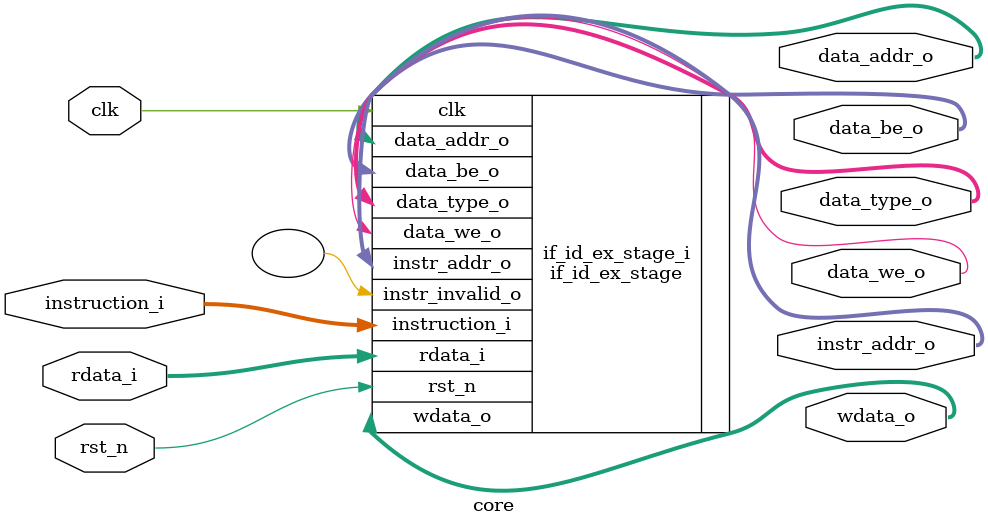
<source format=sv>
/*
Copyright Jan-Eric Schäfrich 2025
Part of Toothless

Contains all pipeline stages, processor components of Toothless.
Interfaces with external memories. 

Is meant to be standalone to facilitate deployment on a FPGA. 


*/

module core #(
    parameter DATA_WIDTH  = 32,   
    parameter ADDR_WIDTH  = 32,
    parameter INSTR_WIDTH = 32
) (
    input  logic                    clk,
    input  logic                    rst_n,

    // instruction memory
    input  logic [INSTR_WIDTH-1:0]  instruction_i,
    output logic [ADDR_WIDTH-1:0]   instr_addr_o,

    // to data cache / external memory
    output logic [ADDR_WIDTH-1:0]   data_addr_o,
    output logic                    data_we_o,      // 0 read access, 1 write access
    output logic [1:0]              data_type_o,    // 00 byte, 01 halfword, 10 word
    input  logic [DATA_WIDTH-1:0]   rdata_i,        // read from
    output logic [3:0]              data_be_o,      // byte enable, one hot encoding
    output logic [DATA_WIDTH-1:0]   wdata_o         // write to 
);

    // single stage processor
    if_id_ex_stage #(
        .DATA_WIDTH (DATA_WIDTH),
        .ADDR_WIDTH (ADDR_WIDTH),
        .INSTR_WIDTH(INSTR_WIDTH)
    ) if_id_ex_stage_i (
        .clk                (clk),
        .rst_n              (rst_n),
        .instr_invalid_o    (),

        // instruction memory
        .instruction_i      (instruction_i),
        .instr_addr_o       (instr_addr_o),

        // to data cache / external memory
        .data_addr_o        (data_addr_o),
        .data_we_o          (data_we_o),      // 0 read access, 1 write access
        .data_type_o        (data_type_o),    // 00 byte, 01 halfword, 10 word
        .rdata_i            (rdata_i),        // read from
        .data_be_o          (data_be_o),      // byte enable, one hot encoding
        .wdata_o            (wdata_o)         // write to 
    );

endmodule
</source>
